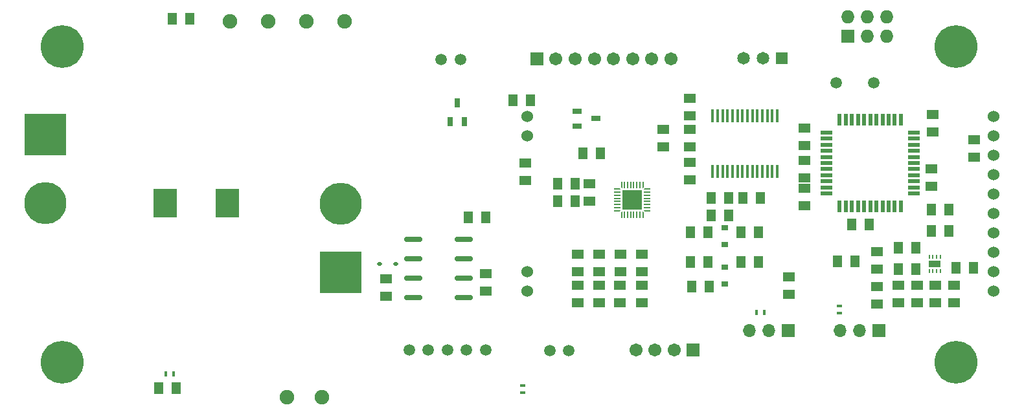
<source format=gbr>
%TF.GenerationSoftware,KiCad,Pcbnew,7.0.7*%
%TF.CreationDate,2024-03-21T09:31:29-04:00*%
%TF.ProjectId,BMB,424d422e-6b69-4636-9164-5f7063625858,rev?*%
%TF.SameCoordinates,Original*%
%TF.FileFunction,Soldermask,Bot*%
%TF.FilePolarity,Negative*%
%FSLAX46Y46*%
G04 Gerber Fmt 4.6, Leading zero omitted, Abs format (unit mm)*
G04 Created by KiCad (PCBNEW 7.0.7) date 2024-03-21 09:31:29*
%MOMM*%
%LPD*%
G01*
G04 APERTURE LIST*
G04 Aperture macros list*
%AMRoundRect*
0 Rectangle with rounded corners*
0 $1 Rounding radius*
0 $2 $3 $4 $5 $6 $7 $8 $9 X,Y pos of 4 corners*
0 Add a 4 corners polygon primitive as box body*
4,1,4,$2,$3,$4,$5,$6,$7,$8,$9,$2,$3,0*
0 Add four circle primitives for the rounded corners*
1,1,$1+$1,$2,$3*
1,1,$1+$1,$4,$5*
1,1,$1+$1,$6,$7*
1,1,$1+$1,$8,$9*
0 Add four rect primitives between the rounded corners*
20,1,$1+$1,$2,$3,$4,$5,0*
20,1,$1+$1,$4,$5,$6,$7,0*
20,1,$1+$1,$6,$7,$8,$9,0*
20,1,$1+$1,$8,$9,$2,$3,0*%
%AMFreePoly0*
4,1,14,0.385355,0.085355,0.400000,0.050000,0.400000,0.020711,0.385355,-0.014645,0.314644,-0.085355,0.279289,-0.100000,-0.350000,-0.100000,-0.385355,-0.085355,-0.400000,-0.050000,-0.400000,0.050000,-0.385355,0.085355,-0.350000,0.100000,0.350000,0.100000,0.385355,0.085355,0.385355,0.085355,$1*%
%AMFreePoly1*
4,1,14,0.314644,0.085355,0.385355,0.014644,0.400000,-0.020711,0.400000,-0.050000,0.385355,-0.085355,0.350000,-0.100000,-0.350000,-0.100000,-0.385355,-0.085355,-0.400000,-0.050000,-0.400000,0.050000,-0.385355,0.085355,-0.350000,0.100000,0.279289,0.100000,0.314644,0.085355,0.314644,0.085355,$1*%
%AMFreePoly2*
4,1,14,0.085355,0.385355,0.100000,0.350000,0.100000,-0.350000,0.085355,-0.385355,0.050000,-0.400000,0.020711,-0.400000,-0.014645,-0.385355,-0.085355,-0.314644,-0.100000,-0.279289,-0.100000,0.350000,-0.085355,0.385355,-0.050000,0.400000,0.050000,0.400000,0.085355,0.385355,0.085355,0.385355,$1*%
%AMFreePoly3*
4,1,14,0.085355,0.385355,0.100000,0.350000,0.100000,-0.279289,0.085355,-0.314645,0.014644,-0.385355,-0.020711,-0.400000,-0.050000,-0.400000,-0.085355,-0.385355,-0.100000,-0.350000,-0.100000,0.350000,-0.085355,0.385355,-0.050000,0.400000,0.050000,0.400000,0.085355,0.385355,0.085355,0.385355,$1*%
%AMFreePoly4*
4,1,14,0.385355,0.085355,0.400000,0.050000,0.400000,-0.050000,0.385355,-0.085355,0.350000,-0.100000,-0.350000,-0.100000,-0.385355,-0.085355,-0.400000,-0.050000,-0.400000,-0.020711,-0.385355,0.014644,-0.314645,0.085355,-0.279289,0.100000,0.350000,0.100000,0.385355,0.085355,0.385355,0.085355,$1*%
%AMFreePoly5*
4,1,14,0.385355,0.085355,0.400000,0.050000,0.400000,-0.050000,0.385355,-0.085355,0.350000,-0.100000,-0.279289,-0.100000,-0.314645,-0.085355,-0.385355,-0.014644,-0.400000,0.020711,-0.400000,0.050000,-0.385355,0.085355,-0.350000,0.100000,0.350000,0.100000,0.385355,0.085355,0.385355,0.085355,$1*%
%AMFreePoly6*
4,1,14,0.014644,0.385355,0.085355,0.314644,0.100000,0.279289,0.100000,-0.350000,0.085355,-0.385355,0.050000,-0.400000,-0.050000,-0.400000,-0.085355,-0.385355,-0.100000,-0.350000,-0.100000,0.350000,-0.085355,0.385355,-0.050000,0.400000,-0.020711,0.400000,0.014644,0.385355,0.014644,0.385355,$1*%
%AMFreePoly7*
4,1,14,0.085355,0.385355,0.100000,0.350000,0.100000,-0.350000,0.085355,-0.385355,0.050000,-0.400000,-0.050000,-0.400000,-0.085355,-0.385355,-0.100000,-0.350000,-0.100000,0.279289,-0.085355,0.314644,-0.014645,0.385355,0.020711,0.400000,0.050000,0.400000,0.085355,0.385355,0.085355,0.385355,$1*%
G04 Aperture macros list end*
%ADD10C,1.905000*%
%ADD11C,5.500000*%
%ADD12R,5.500000X5.500000*%
%ADD13C,5.600000*%
%ADD14R,1.727200X1.727200*%
%ADD15O,1.727200X1.727200*%
%ADD16C,1.524000*%
%ADD17R,1.524000X1.270000*%
%ADD18R,1.270000X1.524000*%
%ADD19R,0.400050X0.701040*%
%ADD20R,0.250000X0.500000*%
%ADD21R,1.600000X0.900000*%
%ADD22R,1.300860X0.800100*%
%ADD23C,1.498600*%
%ADD24R,0.800100X1.300860*%
%ADD25R,0.701040X0.400050*%
%ADD26R,0.838200X0.635000*%
%ADD27C,1.501140*%
%ADD28RoundRect,0.102000X-0.754000X-0.754000X0.754000X-0.754000X0.754000X0.754000X-0.754000X0.754000X0*%
%ADD29C,1.712000*%
%ADD30RoundRect,0.102000X0.754000X0.754000X-0.754000X0.754000X-0.754000X-0.754000X0.754000X-0.754000X0*%
%ADD31R,0.450000X1.750000*%
%ADD32R,1.700000X1.700000*%
%ADD33O,1.700000X1.700000*%
%ADD34R,1.500000X0.550000*%
%ADD35R,0.550000X1.500000*%
%ADD36R,1.650000X1.650000*%
%ADD37C,1.650000*%
%ADD38RoundRect,0.112500X-0.187500X-0.112500X0.187500X-0.112500X0.187500X0.112500X-0.187500X0.112500X0*%
%ADD39R,3.048000X3.683000*%
%ADD40RoundRect,0.162500X-1.012500X-0.162500X1.012500X-0.162500X1.012500X0.162500X-1.012500X0.162500X0*%
%ADD41FreePoly0,0.000000*%
%ADD42RoundRect,0.050000X-0.350000X-0.050000X0.350000X-0.050000X0.350000X0.050000X-0.350000X0.050000X0*%
%ADD43FreePoly1,0.000000*%
%ADD44FreePoly2,0.000000*%
%ADD45RoundRect,0.050000X-0.050000X-0.350000X0.050000X-0.350000X0.050000X0.350000X-0.050000X0.350000X0*%
%ADD46FreePoly3,0.000000*%
%ADD47FreePoly4,0.000000*%
%ADD48FreePoly5,0.000000*%
%ADD49FreePoly6,0.000000*%
%ADD50FreePoly7,0.000000*%
%ADD51R,2.650000X2.650000*%
G04 APERTURE END LIST*
D10*
%TO.C,FUSE1*%
X121666000Y-76454000D03*
%TD*%
D11*
%TO.C,PACK1*%
X97536000Y-100258000D03*
D12*
X97536000Y-91258000D03*
%TD*%
D10*
%TO.C,12V1*%
X136652000Y-76454000D03*
%TD*%
D13*
%TO.C,Mount1*%
X99745800Y-79756000D03*
%TD*%
%TO.C,Mount2*%
X99745800Y-121031000D03*
%TD*%
D10*
%TO.C,3.3V1*%
X131656666Y-76454000D03*
%TD*%
D14*
%TO.C,PROG1*%
X202428000Y-78364000D03*
D15*
X202428000Y-75824000D03*
X204968000Y-78364000D03*
X204968000Y-75824000D03*
X207508000Y-78364000D03*
X207508000Y-75824000D03*
%TD*%
D16*
%TO.C,U8*%
X221488000Y-111760000D03*
X221488000Y-109220000D03*
X221488000Y-106680000D03*
X221488000Y-104140000D03*
X221488000Y-101600000D03*
X221488000Y-99060000D03*
X221488000Y-96520000D03*
X221488000Y-93980000D03*
X221488000Y-91440000D03*
X221488000Y-88900000D03*
X160528000Y-88900000D03*
X160528000Y-91440000D03*
X160528000Y-109220000D03*
X160528000Y-111760000D03*
%TD*%
D13*
%TO.C,Mount3*%
X216585800Y-79756000D03*
%TD*%
D10*
%TO.C,Vin1*%
X126661333Y-76454000D03*
%TD*%
D13*
%TO.C,Mount4*%
X216585800Y-121031000D03*
%TD*%
D10*
%TO.C,GNDPWR1*%
X129133600Y-125603000D03*
%TD*%
%TO.C,BAT-1*%
X133680200Y-125603000D03*
%TD*%
D11*
%TO.C,BAT1*%
X136144000Y-100330000D03*
D12*
X136144000Y-109330000D03*
%TD*%
D17*
%TO.C,R9*%
X167132000Y-109220000D03*
X167132000Y-106934000D03*
%TD*%
D18*
%TO.C,R5*%
X211328000Y-106045000D03*
X209042000Y-106045000D03*
%TD*%
%TO.C,R16*%
X215646000Y-101092000D03*
X213360000Y-101092000D03*
%TD*%
%TO.C,C21*%
X184277000Y-111125000D03*
X181991000Y-111125000D03*
%TD*%
%TO.C,R29*%
X114122200Y-76123800D03*
X116408200Y-76123800D03*
%TD*%
D17*
%TO.C,C37*%
X213487000Y-88646000D03*
X213487000Y-90932000D03*
%TD*%
%TO.C,R25*%
X142036800Y-112471200D03*
X142036800Y-110185200D03*
%TD*%
%TO.C,R47*%
X155117800Y-111760000D03*
X155117800Y-109474000D03*
%TD*%
D19*
%TO.C,U16*%
X191516000Y-114554000D03*
X190515240Y-114554000D03*
%TD*%
D18*
%TO.C,C34*%
X188722000Y-99568000D03*
X191008000Y-99568000D03*
%TD*%
%TO.C,C7*%
X211328000Y-108839000D03*
X209042000Y-108839000D03*
%TD*%
D17*
%TO.C,C27*%
X181737000Y-94869000D03*
X181737000Y-97155000D03*
%TD*%
D18*
%TO.C,R32*%
X181864000Y-107950000D03*
X184150000Y-107950000D03*
%TD*%
D20*
%TO.C,U2*%
X214557000Y-109150000D03*
X214057000Y-109150000D03*
X213557000Y-109150000D03*
X213057000Y-109150000D03*
X213057000Y-107250000D03*
X213557000Y-107250000D03*
X214057000Y-107250000D03*
X214557000Y-107250000D03*
D21*
X213807000Y-108200000D03*
%TD*%
D18*
%TO.C,C14*%
X170053000Y-93726000D03*
X167767000Y-93726000D03*
%TD*%
%TO.C,R15*%
X166751000Y-100025200D03*
X164465000Y-100025200D03*
%TD*%
D22*
%TO.C,Q2*%
X169526140Y-89179400D03*
X167023860Y-90129400D03*
X167023860Y-88229400D03*
%TD*%
D23*
%TO.C,SYS_PRES1*%
X149275800Y-81407000D03*
X151775799Y-81407000D03*
%TD*%
D17*
%TO.C,C36*%
X196723000Y-92710000D03*
X196723000Y-90424000D03*
%TD*%
%TO.C,R1*%
X216281000Y-113284000D03*
X216281000Y-110998000D03*
%TD*%
D18*
%TO.C,R39*%
X188468000Y-107950000D03*
X190754000Y-107950000D03*
%TD*%
%TO.C,R42*%
X203327000Y-107823000D03*
X201041000Y-107823000D03*
%TD*%
%TO.C,C13*%
X218821000Y-108712000D03*
X216535000Y-108712000D03*
%TD*%
D17*
%TO.C,R43*%
X194691000Y-109855000D03*
X194691000Y-112141000D03*
%TD*%
%TO.C,R2*%
X213868000Y-113284000D03*
X213868000Y-110998000D03*
%TD*%
D24*
%TO.C,Q4*%
X151384000Y-87090060D03*
X152334000Y-89592340D03*
X150434000Y-89592340D03*
%TD*%
D25*
%TO.C,U18*%
X159893000Y-124087890D03*
X159893000Y-125088650D03*
%TD*%
D18*
%TO.C,R27*%
X160909000Y-86741000D03*
X158623000Y-86741000D03*
%TD*%
D26*
%TO.C,U14*%
X186309000Y-105664000D03*
X186309000Y-103428800D03*
%TD*%
D27*
%TO.C,Y1*%
X205793340Y-84455000D03*
X200911460Y-84455000D03*
%TD*%
D19*
%TO.C,U19*%
X113292890Y-122555000D03*
X114293650Y-122555000D03*
%TD*%
D17*
%TO.C,R4*%
X209042000Y-113284000D03*
X209042000Y-110998000D03*
%TD*%
%TO.C,C4*%
X169926000Y-113284000D03*
X169926000Y-110998000D03*
%TD*%
%TO.C,C33*%
X181737000Y-86487000D03*
X181737000Y-88773000D03*
%TD*%
D28*
%TO.C,THERMS1*%
X161782850Y-81326600D03*
D29*
X164282850Y-81326600D03*
X166782850Y-81326600D03*
X169282850Y-81326600D03*
X171782850Y-81326600D03*
X174282850Y-81326600D03*
X176782850Y-81326600D03*
X179282850Y-81326600D03*
%TD*%
D17*
%TO.C,R44*%
X196723000Y-98298000D03*
X196723000Y-100584000D03*
%TD*%
D18*
%TO.C,R40*%
X188468000Y-104013000D03*
X190754000Y-104013000D03*
%TD*%
%TO.C,C31*%
X205232000Y-102997000D03*
X202946000Y-102997000D03*
%TD*%
%TO.C,C35*%
X184531000Y-99568000D03*
X186817000Y-99568000D03*
%TD*%
D17*
%TO.C,R7*%
X172720000Y-109220000D03*
X172720000Y-106934000D03*
%TD*%
%TO.C,D7*%
X196723000Y-94615000D03*
X196723000Y-96901000D03*
%TD*%
D30*
%TO.C,SMBUS_OUT1*%
X182227150Y-119435000D03*
D29*
X179727150Y-119435000D03*
X177227150Y-119435000D03*
X174727150Y-119435000D03*
%TD*%
D17*
%TO.C,C8*%
X206248000Y-108839000D03*
X206248000Y-106553000D03*
%TD*%
%TO.C,C3*%
X172593000Y-110998000D03*
X172593000Y-113284000D03*
%TD*%
D25*
%TO.C,U17*%
X201295000Y-114665760D03*
X201295000Y-113665000D03*
%TD*%
D17*
%TO.C,R3*%
X211455000Y-113284000D03*
X211455000Y-110998000D03*
%TD*%
D18*
%TO.C,R28*%
X112369600Y-124460000D03*
X114655600Y-124460000D03*
%TD*%
D23*
%TO.C,BALANCE1*%
X155088600Y-119463500D03*
X152588600Y-119463500D03*
X150088600Y-119463500D03*
X147588600Y-119463500D03*
X145088600Y-119463500D03*
%TD*%
D17*
%TO.C,C30*%
X213360000Y-95758000D03*
X213360000Y-98044000D03*
%TD*%
%TO.C,R8*%
X169926000Y-106934000D03*
X169926000Y-109220000D03*
%TD*%
D31*
%TO.C,U20*%
X193201000Y-96056000D03*
X192551000Y-96056000D03*
X191901000Y-96056000D03*
X191251000Y-96056000D03*
X190601000Y-96056000D03*
X189951000Y-96056000D03*
X189301000Y-96056000D03*
X188651000Y-96056000D03*
X188001000Y-96056000D03*
X187351000Y-96056000D03*
X186701000Y-96056000D03*
X186051000Y-96056000D03*
X185401000Y-96056000D03*
X184751000Y-96056000D03*
X184751000Y-88856000D03*
X185401000Y-88856000D03*
X186051000Y-88856000D03*
X186701000Y-88856000D03*
X187351000Y-88856000D03*
X188001000Y-88856000D03*
X188651000Y-88856000D03*
X189301000Y-88856000D03*
X189951000Y-88856000D03*
X190601000Y-88856000D03*
X191251000Y-88856000D03*
X191901000Y-88856000D03*
X192551000Y-88856000D03*
X193201000Y-88856000D03*
%TD*%
D32*
%TO.C,SMBC_SEL1*%
X194625200Y-116941600D03*
D33*
X192085200Y-116941600D03*
X189545200Y-116941600D03*
%TD*%
D34*
%TO.C,IC1*%
X211059000Y-90996000D03*
X211059000Y-91796000D03*
X211059000Y-92596000D03*
X211059000Y-93396000D03*
X211059000Y-94196000D03*
X211059000Y-94996000D03*
X211059000Y-95796000D03*
X211059000Y-96596000D03*
X211059000Y-97396000D03*
X211059000Y-98196000D03*
X211059000Y-98996000D03*
D35*
X209359000Y-100696000D03*
X208559000Y-100696000D03*
X207759000Y-100696000D03*
X206959000Y-100696000D03*
X206159000Y-100696000D03*
X205359000Y-100696000D03*
X204559000Y-100696000D03*
X203759000Y-100696000D03*
X202959000Y-100696000D03*
X202159000Y-100696000D03*
X201359000Y-100696000D03*
D34*
X199659000Y-98996000D03*
X199659000Y-98196000D03*
X199659000Y-97396000D03*
X199659000Y-96596000D03*
X199659000Y-95796000D03*
X199659000Y-94996000D03*
X199659000Y-94196000D03*
X199659000Y-93396000D03*
X199659000Y-92596000D03*
X199659000Y-91796000D03*
X199659000Y-90996000D03*
D35*
X201359000Y-89296000D03*
X202159000Y-89296000D03*
X202959000Y-89296000D03*
X203759000Y-89296000D03*
X204559000Y-89296000D03*
X205359000Y-89296000D03*
X206159000Y-89296000D03*
X206959000Y-89296000D03*
X207759000Y-89296000D03*
X208559000Y-89296000D03*
X209359000Y-89296000D03*
%TD*%
D18*
%TO.C,R12*%
X166751000Y-97688400D03*
X164465000Y-97688400D03*
%TD*%
D36*
%TO.C,SERIAL_OUT1*%
X193798200Y-81254600D03*
D37*
X191298200Y-81254600D03*
X188798200Y-81254600D03*
%TD*%
D17*
%TO.C,C39*%
X178308000Y-90551000D03*
X178308000Y-92837000D03*
%TD*%
D38*
%TO.C,D9*%
X141190000Y-108229400D03*
X143290000Y-108229400D03*
%TD*%
D39*
%TO.C,R14*%
X121285000Y-100203000D03*
X113157000Y-100203000D03*
%TD*%
D17*
%TO.C,C2*%
X175514000Y-113284000D03*
X175514000Y-110998000D03*
%TD*%
D40*
%TO.C,U22*%
X145584800Y-112572800D03*
X145584800Y-110032800D03*
X145584800Y-107492800D03*
X145584800Y-104952800D03*
X152222200Y-104952800D03*
X152222200Y-107492800D03*
X152222200Y-110032800D03*
X152222200Y-112572800D03*
%TD*%
D23*
%TO.C,REED1*%
X165974399Y-119532400D03*
X163474400Y-119532400D03*
%TD*%
D17*
%TO.C,R6*%
X175514000Y-109220000D03*
X175514000Y-106934000D03*
%TD*%
D18*
%TO.C,R48*%
X155067000Y-102133400D03*
X152781000Y-102133400D03*
%TD*%
D17*
%TO.C,C5*%
X167132000Y-110998000D03*
X167132000Y-113284000D03*
%TD*%
D18*
%TO.C,C12*%
X215646000Y-103886000D03*
X213360000Y-103886000D03*
%TD*%
D17*
%TO.C,C6*%
X206248000Y-111125000D03*
X206248000Y-113411000D03*
%TD*%
D26*
%TO.C,U13*%
X186309000Y-110845600D03*
X186309000Y-108610400D03*
%TD*%
D18*
%TO.C,R33*%
X181864000Y-104013000D03*
X184150000Y-104013000D03*
%TD*%
D17*
%TO.C,R35*%
X160274000Y-94996000D03*
X160274000Y-97282000D03*
%TD*%
D32*
%TO.C,SMBD_SEL1*%
X206527400Y-116941600D03*
D33*
X203987400Y-116941600D03*
X201447400Y-116941600D03*
%TD*%
D17*
%TO.C,C11*%
X168656000Y-97739200D03*
X168656000Y-100025200D03*
%TD*%
%TO.C,C18*%
X218948000Y-94234000D03*
X218948000Y-91948000D03*
%TD*%
D41*
%TO.C,U7*%
X172294000Y-101222000D03*
D42*
X172294000Y-100822000D03*
X172294000Y-100422000D03*
X172294000Y-100022000D03*
X172294000Y-99622000D03*
X172294000Y-99222000D03*
X172294000Y-98822000D03*
D43*
X172294000Y-98422000D03*
D44*
X172844000Y-97872000D03*
D45*
X173244000Y-97872000D03*
X173644000Y-97872000D03*
X174044000Y-97872000D03*
X174444000Y-97872000D03*
X174844000Y-97872000D03*
X175244000Y-97872000D03*
D46*
X175644000Y-97872000D03*
D47*
X176194000Y-98422000D03*
D42*
X176194000Y-98822000D03*
X176194000Y-99222000D03*
X176194000Y-99622000D03*
X176194000Y-100022000D03*
X176194000Y-100422000D03*
X176194000Y-100822000D03*
D48*
X176194000Y-101222000D03*
D49*
X175644000Y-101772000D03*
D45*
X175244000Y-101772000D03*
X174844000Y-101772000D03*
X174444000Y-101772000D03*
X174044000Y-101772000D03*
X173644000Y-101772000D03*
X173244000Y-101772000D03*
D50*
X172844000Y-101772000D03*
D51*
X174244000Y-99822000D03*
%TD*%
D18*
%TO.C,C28*%
X184531000Y-101854000D03*
X186817000Y-101854000D03*
%TD*%
D17*
%TO.C,C32*%
X181737000Y-90551000D03*
X181737000Y-92837000D03*
%TD*%
M02*

</source>
